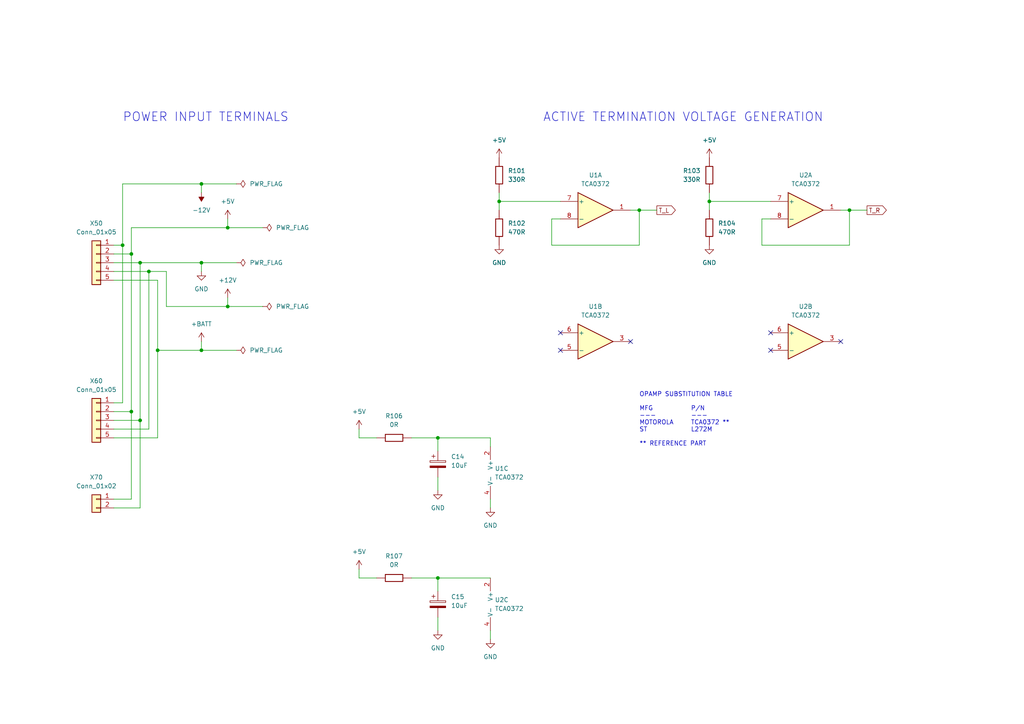
<source format=kicad_sch>
(kicad_sch (version 20211123) (generator eeschema)
  (paper "A4")
  (title_block (title "POWER INPUT AND TERMINATION VOLTAGES") (date "2024-01-04") (rev "1") (company "TOM STOREY") (comment 1 "FREE FOR NON-COMMERCIAL USE"))
  (lib_symbols
    (symbol "COMET symbols:0372DP1" (pin_names (offset 0.127))
      (property "Reference" "U" (at -2.54 0 0))
      (property "Value" "0372DP1" (at -2.54 0 0))
      (symbol "0372DP1_1_1"
        (polyline (pts (xy -5.08 5.08) (xy 5.08 0) (xy -5.08 -5.08) (xy -5.08 5.08)) (stroke (width 0.254)) (fill (type background)))
        (pin output line (at 10.16 0 180) (length 5.08) (name "~") (number "1"))
        (pin input line (at -10.16 2.54 0) (length 5.08) (name "+") (number "7"))
        (pin input line (at -10.16 -2.54 0) (length 5.08) (name "-") (number "8"))
      )
      (symbol "0372DP1_2_1"
        (polyline (pts (xy -5.08 5.08) (xy 5.08 0) (xy -5.08 -5.08) (xy -5.08 5.08)) (stroke (width 0.254)) (fill (type background)))
        (pin output line (at 10.16 0 180) (length 5.08) (name "~") (number "3"))
        (pin input line (at -10.16 -2.54 0) (length 5.08) (name "-") (number "5"))
        (pin input line (at -10.16 2.54 0) (length 5.08) (name "+") (number "6"))
      )
      (symbol "0372DP1_3_1"
        (pin power_in line (at -2.54 7.62 270) (length 3.81) (name "V+") (number "2"))
        (pin power_in line (at -2.54 -7.62 90) (length 3.81) (name "V-") (number "4"))
      )
    )
    (symbol "COMET symbols:R" (pin_numbers hide) (pin_names hide)
      (property "Reference" "R" (at 0 0 0))
      (property "Value" "R" (at 0 0 0))
      (symbol "R_0_1"
        (rectangle (start -1.016 -2.54) (end 1.016 2.54) (stroke (width 0.254)))
      )
      (symbol "R_1_1"
        (pin passive line (at 0 5.08 270) (length 2.54) (name "~") (number "1"))
        (pin passive line (at 0 -5.08 90) (length 2.54) (name "~") (number "2"))
      )
    )
    (symbol "Connector_Generic:Conn_01x02" (pin_names (offset 1.016) hide)
      (property "Reference" "J" (at 0 2.54 0))
      (property "Value" "Conn_01x02" (at 0 -5.08 0))
      (symbol "Conn_01x02_1_1"
        (rectangle (start -1.27 -2.413) (end 0 -2.667) (stroke (width 0.1524)))
        (rectangle (start -1.27 0.127) (end 0 -0.127) (stroke (width 0.1524)))
        (rectangle (start -1.27 1.27) (end 1.27 -3.81) (stroke (width 0.254)) (fill (type background)))
        (pin passive line (at -5.08 0 0) (length 3.81) (name "Pin_1") (number "1"))
        (pin passive line (at -5.08 -2.54 0) (length 3.81) (name "Pin_2") (number "2"))
      )
    )
    (symbol "Connector_Generic:Conn_01x05" (pin_names (offset 1.016) hide)
      (property "Reference" "J" (at 0 7.62 0))
      (property "Value" "Conn_01x05" (at 0 -7.62 0))
      (symbol "Conn_01x05_1_1"
        (rectangle (start -1.27 -4.953) (end 0 -5.207) (stroke (width 0.1524)))
        (rectangle (start -1.27 -2.413) (end 0 -2.667) (stroke (width 0.1524)))
        (rectangle (start -1.27 0.127) (end 0 -0.127) (stroke (width 0.1524)))
        (rectangle (start -1.27 2.667) (end 0 2.413) (stroke (width 0.1524)))
        (rectangle (start -1.27 5.207) (end 0 4.953) (stroke (width 0.1524)))
        (rectangle (start -1.27 6.35) (end 1.27 -6.35) (stroke (width 0.254)) (fill (type background)))
        (pin passive line (at -5.08 5.08 0) (length 3.81) (name "Pin_1") (number "1"))
        (pin passive line (at -5.08 2.54 0) (length 3.81) (name "Pin_2") (number "2"))
        (pin passive line (at -5.08 0 0) (length 3.81) (name "Pin_3") (number "3"))
        (pin passive line (at -5.08 -2.54 0) (length 3.81) (name "Pin_4") (number "4"))
        (pin passive line (at -5.08 -5.08 0) (length 3.81) (name "Pin_5") (number "5"))
      )
    )
    (symbol "Device:C_Polarized" (pin_numbers hide) (pin_names (offset 0.254))
      (property "Reference" "C" (at 0.635 2.54 0))
      (property "Value" "C_Polarized" (at 0.635 -2.54 0))
      (symbol "C_Polarized_0_1"
        (rectangle (start -2.286 0.508) (end 2.286 1.016))
        (polyline (pts (xy -1.778 2.286) (xy -0.762 2.286)))
        (polyline (pts (xy -1.27 2.794) (xy -1.27 1.778)))
        (rectangle (start 2.286 -0.508) (end -2.286 -1.016) (fill (type outline)))
      )
      (symbol "C_Polarized_1_1"
        (pin passive line (at 0 3.81 270) (length 2.794) (name "~") (number "1"))
        (pin passive line (at 0 -3.81 90) (length 2.794) (name "~") (number "2"))
      )
    )
    (symbol "power:+12V" (power) (pin_names (offset 0))
      (property "Value" "+12V" (at 0 3.556 0))
      (symbol "+12V_0_1"
        (polyline (pts (xy -0.762 1.27) (xy 0 2.54)))
        (polyline (pts (xy 0 0) (xy 0 2.54)))
        (polyline (pts (xy 0 2.54) (xy 0.762 1.27)))
      )
      (symbol "+12V_1_1"
        (pin power_in line (at 0 0 90) (length 0) hide (name "+12V") (number "1"))
      )
    )
    (symbol "power:+5V" (power) (pin_names (offset 0))
      (property "Value" "+5V" (at 0 3.556 0))
      (symbol "+5V_0_1"
        (polyline (pts (xy -0.762 1.27) (xy 0 2.54)))
        (polyline (pts (xy 0 0) (xy 0 2.54)))
        (polyline (pts (xy 0 2.54) (xy 0.762 1.27)))
      )
      (symbol "+5V_1_1"
        (pin power_in line (at 0 0 90) (length 0) hide (name "+5V") (number "1"))
      )
    )
    (symbol "power:+BATT" (power) (pin_names (offset 0))
      (property "Value" "+BATT" (at 0 3.556 0))
      (symbol "+BATT_0_1"
        (polyline (pts (xy -0.762 1.27) (xy 0 2.54)))
        (polyline (pts (xy 0 0) (xy 0 2.54)))
        (polyline (pts (xy 0 2.54) (xy 0.762 1.27)))
      )
      (symbol "+BATT_1_1"
        (pin power_in line (at 0 0 90) (length 0) hide (name "+BATT") (number "1"))
      )
    )
    (symbol "power:-12V" (power) (pin_names (offset 0))
      (property "Value" "-12V" (at 0 3.81 0))
      (symbol "-12V_0_0"
        (pin power_in line (at 0 0 90) (length 0) hide (name "-12V") (number "1"))
      )
      (symbol "-12V_0_1"
        (polyline (pts (xy 0 0) (xy 0 1.27) (xy 0.762 1.27) (xy 0 2.54) (xy -0.762 1.27) (xy 0 1.27)) (fill (type outline)))
      )
    )
    (symbol "power:GND" (power) (pin_names (offset 0))
      (property "Value" "GND" (at 0 -3.81 0))
      (symbol "GND_0_1"
        (polyline (pts (xy 0 0) (xy 0 -1.27) (xy 1.27 -1.27) (xy 0 -2.54) (xy -1.27 -1.27) (xy 0 -1.27)))
      )
      (symbol "GND_1_1"
        (pin power_in line (at 0 0 270) (length 0) hide (name "GND") (number "1"))
      )
    )
    (symbol "power:PWR_FLAG" (power) (pin_numbers hide) (pin_names (offset 0) hide)
      (property "Value" "PWR_FLAG" (at 0 3.81 0))
      (symbol "PWR_FLAG_0_0"
        (pin power_out line (at 0 0 90) (length 0) (name "pwr") (number "1"))
      )
      (symbol "PWR_FLAG_0_1"
        (polyline (pts (xy 0 0) (xy 0 1.27) (xy -1.016 1.905) (xy 0 2.54) (xy 1.016 1.905) (xy 0 1.27)))
      )
    )
  )
  (junction (at 45.72 101.6))
  (junction (at 185.42 60.96))
  (junction (at 35.56 71.12))
  (junction (at 38.1 73.66))
  (junction (at 40.64 121.92))
  (junction (at 58.42 101.6))
  (junction (at 38.1 119.38))
  (junction (at 40.64 76.2))
  (junction (at 66.04 66.04))
  (junction (at 246.38 60.96))
  (junction (at 58.42 53.34))
  (junction (at 43.18 78.74))
  (junction (at 205.74 58.42))
  (junction (at 66.04 88.9))
  (junction (at 127 127))
  (junction (at 144.78 58.42))
  (junction (at 127 167.64))
  (junction (at 58.42 76.2))
  (no_connect (at 223.52 96.52))
  (no_connect (at 162.56 101.6))
  (no_connect (at 162.56 96.52))
  (no_connect (at 223.52 101.6))
  (no_connect (at 243.84 99.06))
  (no_connect (at 182.88 99.06))
  (wire (pts (xy 66.04 66.04) (xy 66.04 63.5)))
  (wire (pts (xy 48.26 88.9) (xy 66.04 88.9)))
  (wire (pts (xy 246.38 60.96) (xy 246.38 71.12)))
  (wire (pts (xy 127 138.43) (xy 127 142.24)))
  (wire (pts (xy 33.02 81.28) (xy 45.72 81.28)))
  (wire (pts (xy 58.42 53.34) (xy 58.42 55.88)))
  (wire (pts (xy 76.2 88.9) (xy 66.04 88.9)))
  (wire (pts (xy 33.02 116.84) (xy 35.56 116.84)))
  (wire (pts (xy 66.04 88.9) (xy 66.04 86.36)))
  (wire (pts (xy 38.1 66.04) (xy 38.1 73.66)))
  (wire (pts (xy 68.58 101.6) (xy 58.42 101.6)))
  (wire (pts (xy 43.18 78.74) (xy 48.26 78.74)))
  (wire (pts (xy 127 167.64) (xy 127 171.45)))
  (wire (pts (xy 76.2 66.04) (xy 66.04 66.04)))
  (wire (pts (xy 127 167.64) (xy 142.24 167.64)))
  (wire (pts (xy 205.74 55.88) (xy 205.74 58.42)))
  (wire (pts (xy 43.18 78.74) (xy 43.18 124.46)))
  (wire (pts (xy 160.02 71.12) (xy 185.42 71.12)))
  (wire (pts (xy 144.78 58.42) (xy 162.56 58.42)))
  (wire (pts (xy 144.78 55.88) (xy 144.78 58.42)))
  (wire (pts (xy 68.58 53.34) (xy 58.42 53.34)))
  (wire (pts (xy 40.64 121.92) (xy 40.64 147.32)))
  (wire (pts (xy 38.1 119.38) (xy 38.1 144.78)))
  (wire (pts (xy 127 179.07) (xy 127 182.88)))
  (wire (pts (xy 109.22 167.64) (xy 104.14 167.64)))
  (wire (pts (xy 45.72 81.28) (xy 45.72 101.6)))
  (wire (pts (xy 104.14 165.1) (xy 104.14 167.64)))
  (wire (pts (xy 119.38 127) (xy 127 127)))
  (wire (pts (xy 185.42 60.96) (xy 185.42 71.12)))
  (wire (pts (xy 142.24 185.42) (xy 142.24 182.88)))
  (wire (pts (xy 220.98 63.5) (xy 223.52 63.5)))
  (wire (pts (xy 33.02 76.2) (xy 40.64 76.2)))
  (wire (pts (xy 33.02 119.38) (xy 38.1 119.38)))
  (wire (pts (xy 33.02 78.74) (xy 43.18 78.74)))
  (wire (pts (xy 220.98 71.12) (xy 220.98 63.5)))
  (wire (pts (xy 40.64 121.92) (xy 40.64 76.2)))
  (wire (pts (xy 35.56 71.12) (xy 33.02 71.12)))
  (wire (pts (xy 185.42 60.96) (xy 190.5 60.96)))
  (wire (pts (xy 38.1 144.78) (xy 33.02 144.78)))
  (wire (pts (xy 109.22 127) (xy 104.14 127)))
  (wire (pts (xy 40.64 76.2) (xy 58.42 76.2)))
  (wire (pts (xy 144.78 58.42) (xy 144.78 60.96)))
  (wire (pts (xy 160.02 71.12) (xy 160.02 63.5)))
  (wire (pts (xy 119.38 167.64) (xy 127 167.64)))
  (wire (pts (xy 246.38 71.12) (xy 220.98 71.12)))
  (wire (pts (xy 127 127) (xy 127 130.81)))
  (wire (pts (xy 58.42 76.2) (xy 58.42 78.74)))
  (wire (pts (xy 68.58 76.2) (xy 58.42 76.2)))
  (wire (pts (xy 35.56 53.34) (xy 58.42 53.34)))
  (wire (pts (xy 38.1 66.04) (xy 66.04 66.04)))
  (wire (pts (xy 48.26 78.74) (xy 48.26 88.9)))
  (wire (pts (xy 246.38 60.96) (xy 251.46 60.96)))
  (wire (pts (xy 38.1 73.66) (xy 38.1 119.38)))
  (wire (pts (xy 142.24 147.32) (xy 142.24 144.78)))
  (wire (pts (xy 205.74 58.42) (xy 205.74 60.96)))
  (wire (pts (xy 243.84 60.96) (xy 246.38 60.96)))
  (wire (pts (xy 104.14 124.46) (xy 104.14 127)))
  (wire (pts (xy 33.02 127) (xy 45.72 127)))
  (wire (pts (xy 35.56 53.34) (xy 35.56 71.12)))
  (wire (pts (xy 182.88 60.96) (xy 185.42 60.96)))
  (wire (pts (xy 45.72 101.6) (xy 45.72 127)))
  (wire (pts (xy 33.02 121.92) (xy 40.64 121.92)))
  (wire (pts (xy 35.56 71.12) (xy 35.56 116.84)))
  (wire (pts (xy 127 127) (xy 142.24 127)))
  (wire (pts (xy 40.64 147.32) (xy 33.02 147.32)))
  (wire (pts (xy 142.24 127) (xy 142.24 129.54)))
  (wire (pts (xy 33.02 124.46) (xy 43.18 124.46)))
  (wire (pts (xy 38.1 73.66) (xy 33.02 73.66)))
  (wire (pts (xy 160.02 63.5) (xy 162.56 63.5)))
  (wire (pts (xy 58.42 99.06) (xy 58.42 101.6)))
  (wire (pts (xy 45.72 101.6) (xy 58.42 101.6)))
  (wire (pts (xy 205.74 58.42) (xy 223.52 58.42)))
  (text "OPAMP SUBSTITUTION TABLE\n\nMFG			P/N\n---			---\nMOTOROLA	TCA0372 **\nST			L272M\n\n** REFERENCE PART" (at 185.42 129.54 0) (effects (font (size 1.27 1.27)) (justify left bottom)))
  (text "ACTIVE TERMINATION VOLTAGE GENERATION" (at 157.48 35.56 0) (effects (font (size 2.54 2.54)) (justify left bottom)))
  (text "POWER INPUT TERMINALS" (at 35.56 35.56 0) (effects (font (size 2.54 2.54)) (justify left bottom)))
  (global_label "T_L" (shape output) (at 190.5 60.96 0) (property "Intersheet References" "${INTERSHEET_REFS}" (effects hide)))
  (global_label "T_R" (shape output) (at 251.46 60.96 0) (property "Intersheet References" "${INTERSHEET_REFS}" (effects hide)))
  (symbol (lib_id "COMET symbols:R") (at 114.3 127 270) (mirror x) (unit 1)
    (property "Reference" "R106" (at 114.3 120.65 90))
    (property "Value" "0R" (at 114.3 123.19 90))
    (property "Footprint" "Resistor_THT:R_Axial_DIN0207_L6.3mm_D2.5mm_P10.16mm_Horizontal" (effects hide))
  )
  (symbol (lib_id "COMET symbols:0372DP1") (at 233.68 60.96 0) (unit 1)
    (property "Reference" "U2" (at 233.68 50.8 0))
    (property "Value" "TCA0372" (at 233.68 53.34 0))
    (property "Footprint" "COMET_footprints:Package_DIP-8" (effects hide))
  )
  (symbol (lib_id "COMET symbols:0372DP1") (at 144.78 175.26 0) (unit 3)
    (property "Reference" "U2" (at 143.51 173.9899 0) (effects (justify left)))
    (property "Value" "TCA0372" (at 143.51 176.5299 0) (effects (justify left)))
    (property "Footprint" "COMET_footprints:Package_DIP-8" (effects hide))
  )
  (symbol (lib_id "power:PWR_FLAG") (at 68.58 53.34 270) (unit 1)
    (property "Reference" "#FLG0105" (effects hide))
    (property "Value" "PWR_FLAG" (at 72.39 53.3399 90) (effects (justify left)))
  )
  (symbol (lib_id "power:PWR_FLAG") (at 76.2 88.9 270) (unit 1)
    (property "Reference" "#FLG0101" (effects hide))
    (property "Value" "PWR_FLAG" (at 80.01 88.8999 90) (effects (justify left)))
  )
  (symbol (lib_id "power:PWR_FLAG") (at 68.58 101.6 270) (unit 1)
    (property "Reference" "#FLG0103" (effects hide))
    (property "Value" "PWR_FLAG" (at 72.39 101.5999 90) (effects (justify left)))
  )
  (symbol (lib_id "COMET symbols:R") (at 144.78 66.04 0) (unit 1)
    (property "Reference" "R102" (at 147.32 64.7699 0) (effects (justify left)))
    (property "Value" "470R" (at 147.32 67.3099 0) (effects (justify left)))
    (property "Footprint" "Resistor_THT:R_Axial_DIN0207_L6.3mm_D2.5mm_P10.16mm_Horizontal" (effects hide))
  )
  (symbol (lib_id "power:+5V") (at 104.14 165.1 0) (unit 1)
    (property "Reference" "#PWR0163" (effects hide))
    (property "Value" "+5V" (at 104.14 160.02 0))
  )
  (symbol (lib_id "COMET symbols:R") (at 114.3 167.64 270) (mirror x) (unit 1)
    (property "Reference" "R107" (at 114.3 161.29 90))
    (property "Value" "0R" (at 114.3 163.83 90))
    (property "Footprint" "Resistor_THT:R_Axial_DIN0207_L6.3mm_D2.5mm_P10.16mm_Horizontal" (effects hide))
  )
  (symbol (lib_id "power:PWR_FLAG") (at 68.58 76.2 270) (unit 1)
    (property "Reference" "#FLG0104" (effects hide))
    (property "Value" "PWR_FLAG" (at 72.39 76.1999 90) (effects (justify left)))
  )
  (symbol (lib_id "power:PWR_FLAG") (at 76.2 66.04 270) (unit 1)
    (property "Reference" "#FLG0102" (effects hide))
    (property "Value" "PWR_FLAG" (at 80.01 66.0399 90) (effects (justify left)))
  )
  (symbol (lib_id "power:GND") (at 142.24 147.32 0) (unit 1)
    (property "Reference" "#PWR0110" (effects hide))
    (property "Value" "GND" (at 142.24 152.4 0))
  )
  (symbol (lib_id "power:+5V") (at 104.14 124.46 0) (unit 1)
    (property "Reference" "#PWR0108" (effects hide))
    (property "Value" "+5V" (at 104.14 119.38 0))
  )
  (symbol (lib_id "power:GND") (at 144.78 71.12 0) (unit 1)
    (property "Reference" "#PWR0106" (effects hide))
    (property "Value" "GND" (at 144.78 76.2 0))
  )
  (symbol (lib_id "power:GND") (at 58.42 78.74 0) (unit 1)
    (property "Reference" "#PWR0105" (effects hide))
    (property "Value" "GND" (at 58.42 83.82 0))
  )
  (symbol (lib_id "COMET symbols:0372DP1") (at 144.78 137.16 0) (unit 3)
    (property "Reference" "U1" (at 143.51 135.8899 0) (effects (justify left)))
    (property "Value" "TCA0372" (at 143.51 138.4299 0) (effects (justify left)))
    (property "Footprint" "COMET_footprints:Package_DIP-8" (effects hide))
  )
  (symbol (lib_id "power:+5V") (at 144.78 45.72 0) (unit 1)
    (property "Reference" "#PWR0107" (effects hide))
    (property "Value" "+5V" (at 144.78 40.64 0))
  )
  (symbol (lib_id "power:-12V") (at 58.42 55.88 180) (unit 1)
    (property "Reference" "#PWR0104" (effects hide))
    (property "Value" "-12V" (at 58.42 60.96 0))
  )
  (symbol (lib_id "Connector_Generic:Conn_01x05") (at 27.94 121.92 0) (mirror y) (unit 1)
    (property "Reference" "X60" (at 27.94 110.49 0))
    (property "Value" "Conn_01x05" (at 27.94 113.03 0))
    (property "Footprint" "TerminalBlock_Phoenix:TerminalBlock_Phoenix_MKDS-1,5-5-5.08_1x05_P5.08mm_Horizontal" (effects hide))
  )
  (symbol (lib_id "COMET symbols:0372DP1") (at 172.72 60.96 0) (unit 1)
    (property "Reference" "U1" (at 172.72 50.8 0))
    (property "Value" "TCA0372" (at 172.72 53.34 0))
    (property "Footprint" "COMET_footprints:Package_DIP-8" (effects hide))
  )
  (symbol (lib_id "power:+BATT") (at 58.42 99.06 0) (unit 1)
    (property "Reference" "#PWR0101" (effects hide))
    (property "Value" "+BATT" (at 58.42 93.98 0))
  )
  (symbol (lib_id "COMET symbols:0372DP1") (at 172.72 99.06 0) (unit 2)
    (property "Reference" "U1" (at 172.72 88.9 0))
    (property "Value" "TCA0372" (at 172.72 91.44 0))
    (property "Footprint" "COMET_footprints:Package_DIP-8" (effects hide))
  )
  (symbol (lib_id "power:GND") (at 127 142.24 0) (unit 1)
    (property "Reference" "#PWR0111" (effects hide))
    (property "Value" "GND" (at 127 147.32 0))
  )
  (symbol (lib_id "power:+12V") (at 66.04 86.36 0) (unit 1)
    (property "Reference" "#PWR0102" (effects hide))
    (property "Value" "+12V" (at 66.04 81.28 0))
  )
  (symbol (lib_id "COMET symbols:R") (at 205.74 66.04 0) (unit 1)
    (property "Reference" "R104" (at 208.28 64.7699 0) (effects (justify left)))
    (property "Value" "470R" (at 208.28 67.3099 0) (effects (justify left)))
    (property "Footprint" "Resistor_THT:R_Axial_DIN0207_L6.3mm_D2.5mm_P10.16mm_Horizontal" (effects hide))
  )
  (symbol (lib_id "COMET symbols:0372DP1") (at 233.68 99.06 0) (unit 2)
    (property "Reference" "U2" (at 233.68 88.9 0))
    (property "Value" "TCA0372" (at 233.68 91.44 0))
    (property "Footprint" "COMET_footprints:Package_DIP-8" (effects hide))
  )
  (symbol (lib_id "Connector_Generic:Conn_01x05") (at 27.94 76.2 0) (mirror y) (unit 1)
    (property "Reference" "X50" (at 27.94 64.77 0))
    (property "Value" "Conn_01x05" (at 27.94 67.31 0))
    (property "Footprint" "TerminalBlock_Phoenix:TerminalBlock_Phoenix_MKDS-1,5-5-5.08_1x05_P5.08mm_Horizontal" (effects hide))
  )
  (symbol (lib_id "Device:C_Polarized") (at 127 175.26 0) (unit 1)
    (property "Reference" "C15" (at 130.81 173.1009 0) (effects (justify left)))
    (property "Value" "10uF" (at 130.81 175.6409 0) (effects (justify left)))
    (property "Footprint" "Capacitor_THT:CP_Radial_Tantal_D5.0mm_P5.00mm" (effects hide))
  )
  (symbol (lib_id "power:GND") (at 127 182.88 0) (unit 1)
    (property "Reference" "#PWR0164" (effects hide))
    (property "Value" "GND" (at 127 187.96 0))
  )
  (symbol (lib_id "Connector_Generic:Conn_01x02") (at 27.94 144.78 0) (mirror y) (unit 1)
    (property "Reference" "X70" (at 27.94 138.43 0))
    (property "Value" "Conn_01x02" (at 27.94 140.97 0))
    (property "Footprint" "TerminalBlock_Phoenix:TerminalBlock_Phoenix_MKDS-1,5-2-5.08_1x02_P5.08mm_Horizontal" (effects hide))
  )
  (symbol (lib_id "COMET symbols:R") (at 144.78 50.8 0) (unit 1)
    (property "Reference" "R101" (at 147.32 49.5299 0) (effects (justify left)))
    (property "Value" "330R" (at 147.32 52.0699 0) (effects (justify left)))
    (property "Footprint" "Resistor_THT:R_Axial_DIN0207_L6.3mm_D2.5mm_P10.16mm_Horizontal" (effects hide))
  )
  (symbol (lib_id "power:GND") (at 205.74 71.12 0) (unit 1)
    (property "Reference" "#PWR0162" (effects hide))
    (property "Value" "GND" (at 205.74 76.2 0))
  )
  (symbol (lib_id "power:+5V") (at 205.74 45.72 0) (unit 1)
    (property "Reference" "#PWR0161" (effects hide))
    (property "Value" "+5V" (at 205.74 40.64 0))
  )
  (symbol (lib_id "power:GND") (at 142.24 185.42 0) (unit 1)
    (property "Reference" "#PWR0109" (effects hide))
    (property "Value" "GND" (at 142.24 190.5 0))
  )
  (symbol (lib_id "COMET symbols:R") (at 205.74 50.8 0) (mirror x) (unit 1)
    (property "Reference" "R103" (at 203.2 49.5299 0) (effects (justify right)))
    (property "Value" "330R" (at 203.2 52.0699 0) (effects (justify right)))
    (property "Footprint" "Resistor_THT:R_Axial_DIN0207_L6.3mm_D2.5mm_P10.16mm_Horizontal" (effects hide))
  )
  (symbol (lib_id "power:+5V") (at 66.04 63.5 0) (unit 1)
    (property "Reference" "#PWR0103" (effects hide))
    (property "Value" "+5V" (at 66.04 58.42 0))
  )
  (symbol (lib_id "Device:C_Polarized") (at 127 134.62 0) (unit 1)
    (property "Reference" "C14" (at 130.81 132.4609 0) (effects (justify left)))
    (property "Value" "10uF" (at 130.81 135.0009 0) (effects (justify left)))
    (property "Footprint" "Capacitor_THT:CP_Radial_Tantal_D5.0mm_P5.00mm" (effects hide))
  )
)
</source>
